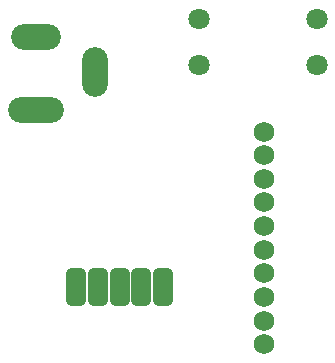
<source format=gts>
G04*
G04 #@! TF.GenerationSoftware,Altium Limited,CircuitMaker,2.2.1 (2.2.1.6)*
G04*
G04 Layer_Color=20142*
%FSLAX25Y25*%
%MOIN*%
G70*
G04*
G04 #@! TF.SameCoordinates,1CA14471-211C-46C3-BCAE-CC66E2904901*
G04*
G04*
G04 #@! TF.FilePolarity,Negative*
G04*
G01*
G75*
G04:AMPARAMS|DCode=13|XSize=68mil|YSize=126.11mil|CornerRadius=19mil|HoleSize=0mil|Usage=FLASHONLY|Rotation=0.000|XOffset=0mil|YOffset=0mil|HoleType=Round|Shape=RoundedRectangle|*
%AMROUNDEDRECTD13*
21,1,0.06800,0.08811,0,0,0.0*
21,1,0.03000,0.12611,0,0,0.0*
1,1,0.03800,0.01500,-0.04405*
1,1,0.03800,-0.01500,-0.04405*
1,1,0.03800,-0.01500,0.04405*
1,1,0.03800,0.01500,0.04405*
%
%ADD13ROUNDEDRECTD13*%
%ADD14O,0.08674X0.16548*%
%ADD15O,0.16548X0.08674*%
%ADD16O,0.18516X0.08674*%
%ADD17C,0.06800*%
%ADD18C,0.07099*%
D13*
X207480Y113779D02*
D03*
X200197D02*
D03*
X192913D02*
D03*
X185630D02*
D03*
X178347D02*
D03*
D14*
X184646Y185433D02*
D03*
D15*
X164961Y197244D02*
D03*
D16*
Y172835D02*
D03*
D17*
X240945Y157874D02*
D03*
Y165748D02*
D03*
Y126378D02*
D03*
Y134252D02*
D03*
Y150000D02*
D03*
Y142126D02*
D03*
Y110630D02*
D03*
Y118504D02*
D03*
Y102756D02*
D03*
Y94882D02*
D03*
D18*
X258661Y203150D02*
D03*
X219291D02*
D03*
X258661Y187795D02*
D03*
X219291D02*
D03*
M02*

</source>
